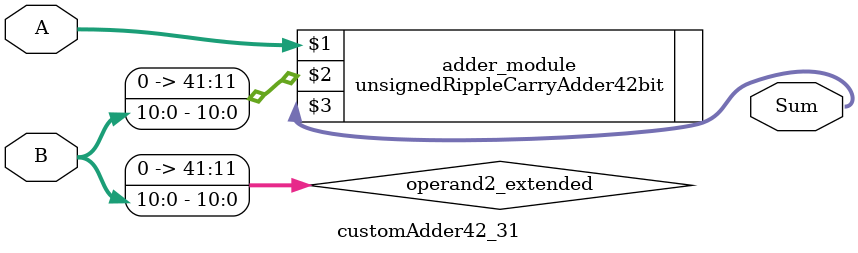
<source format=v>
module customAdder42_31(
                        input [41 : 0] A,
                        input [10 : 0] B,
                        
                        output [42 : 0] Sum
                );

        wire [41 : 0] operand2_extended;
        
        assign operand2_extended =  {31'b0, B};
        
        unsignedRippleCarryAdder42bit adder_module(
            A,
            operand2_extended,
            Sum
        );
        
        endmodule
        
</source>
